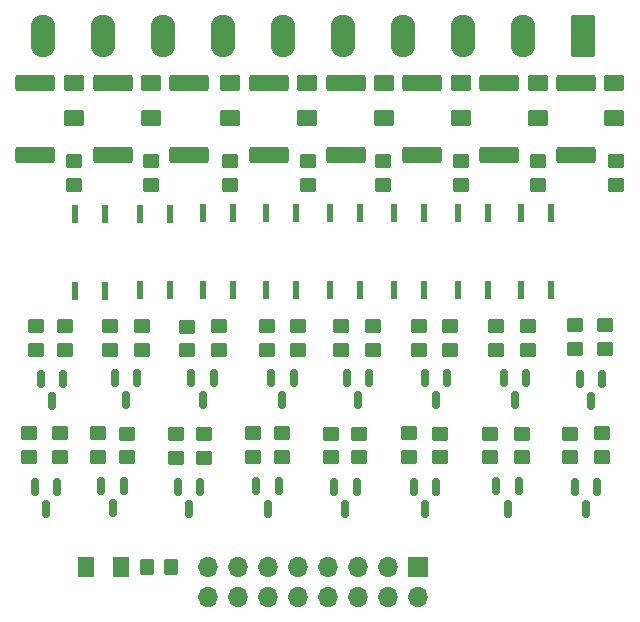
<source format=gbr>
%TF.GenerationSoftware,KiCad,Pcbnew,6.0.11+dfsg-1~bpo11+1*%
%TF.CreationDate,2023-04-06T13:54:20+02:00*%
%TF.ProjectId,din-8_11,64696e2d-385f-4313-912e-6b696361645f,1.1*%
%TF.SameCoordinates,Original*%
%TF.FileFunction,Soldermask,Top*%
%TF.FilePolarity,Negative*%
%FSLAX46Y46*%
G04 Gerber Fmt 4.6, Leading zero omitted, Abs format (unit mm)*
G04 Created by KiCad (PCBNEW 6.0.11+dfsg-1~bpo11+1) date 2023-04-06 13:54:20*
%MOMM*%
%LPD*%
G01*
G04 APERTURE LIST*
G04 Aperture macros list*
%AMRoundRect*
0 Rectangle with rounded corners*
0 $1 Rounding radius*
0 $2 $3 $4 $5 $6 $7 $8 $9 X,Y pos of 4 corners*
0 Add a 4 corners polygon primitive as box body*
4,1,4,$2,$3,$4,$5,$6,$7,$8,$9,$2,$3,0*
0 Add four circle primitives for the rounded corners*
1,1,$1+$1,$2,$3*
1,1,$1+$1,$4,$5*
1,1,$1+$1,$6,$7*
1,1,$1+$1,$8,$9*
0 Add four rect primitives between the rounded corners*
20,1,$1+$1,$2,$3,$4,$5,0*
20,1,$1+$1,$4,$5,$6,$7,0*
20,1,$1+$1,$6,$7,$8,$9,0*
20,1,$1+$1,$8,$9,$2,$3,0*%
G04 Aperture macros list end*
%ADD10RoundRect,0.150000X-0.150000X0.587500X-0.150000X-0.587500X0.150000X-0.587500X0.150000X0.587500X0*%
%ADD11RoundRect,0.250000X0.450000X-0.350000X0.450000X0.350000X-0.450000X0.350000X-0.450000X-0.350000X0*%
%ADD12RoundRect,0.250000X0.350000X0.450000X-0.350000X0.450000X-0.350000X-0.450000X0.350000X-0.450000X0*%
%ADD13RoundRect,0.250000X-0.450000X0.350000X-0.450000X-0.350000X0.450000X-0.350000X0.450000X0.350000X0*%
%ADD14RoundRect,0.249999X-1.425001X0.450001X-1.425001X-0.450001X1.425001X-0.450001X1.425001X0.450001X0*%
%ADD15RoundRect,0.137500X-0.137500X0.662500X-0.137500X-0.662500X0.137500X-0.662500X0.137500X0.662500X0*%
%ADD16RoundRect,0.250001X0.624999X-0.462499X0.624999X0.462499X-0.624999X0.462499X-0.624999X-0.462499X0*%
%ADD17R,1.700000X1.700000*%
%ADD18O,1.700000X1.700000*%
%ADD19RoundRect,0.250001X-0.462499X-0.624999X0.462499X-0.624999X0.462499X0.624999X-0.462499X0.624999X0*%
%ADD20RoundRect,0.249999X0.790001X1.550001X-0.790001X1.550001X-0.790001X-1.550001X0.790001X-1.550001X0*%
%ADD21O,2.080000X3.600000*%
G04 APERTURE END LIST*
D10*
%TO.C,Q16*%
X129310000Y-108420000D03*
X127410000Y-108420000D03*
X128360000Y-110295000D03*
%TD*%
D11*
%TO.C,R25*%
X147100000Y-96820000D03*
X147100000Y-94820000D03*
%TD*%
D10*
%TO.C,Q6*%
X168420000Y-108392500D03*
X166520000Y-108392500D03*
X167470000Y-110267500D03*
%TD*%
D12*
%TO.C,R41*%
X138970000Y-115200000D03*
X136970000Y-115200000D03*
%TD*%
D13*
%TO.C,R11*%
X162610000Y-94830000D03*
X162610000Y-96830000D03*
%TD*%
%TO.C,R31*%
X136510000Y-94820000D03*
X136510000Y-96820000D03*
%TD*%
D10*
%TO.C,Q1*%
X175450000Y-99292500D03*
X173550000Y-99292500D03*
X174500000Y-101167500D03*
%TD*%
D14*
%TO.C,R2*%
X166750000Y-74200000D03*
X166750000Y-80300000D03*
%TD*%
D15*
%TO.C,U5*%
X149570000Y-85250000D03*
X147030000Y-85250000D03*
X147030000Y-91750000D03*
X149570000Y-91750000D03*
%TD*%
D13*
%TO.C,R19*%
X163530000Y-80840000D03*
X163530000Y-82840000D03*
%TD*%
D10*
%TO.C,Q12*%
X129860000Y-99272500D03*
X127960000Y-99272500D03*
X128910000Y-101147500D03*
%TD*%
%TO.C,Q9*%
X149340000Y-99222500D03*
X147440000Y-99222500D03*
X148390000Y-101097500D03*
%TD*%
%TO.C,Q4*%
X155730000Y-99202500D03*
X153830000Y-99202500D03*
X154780000Y-101077500D03*
%TD*%
%TO.C,Q7*%
X161410000Y-108412500D03*
X159510000Y-108412500D03*
X160460000Y-110287500D03*
%TD*%
D15*
%TO.C,U7*%
X138840000Y-85300000D03*
X136300000Y-85300000D03*
X136300000Y-91800000D03*
X138840000Y-91800000D03*
%TD*%
D13*
%TO.C,R9*%
X175740000Y-94740000D03*
X175740000Y-96740000D03*
%TD*%
D16*
%TO.C,D5*%
X150500000Y-77237500D03*
X150500000Y-74262500D03*
%TD*%
D13*
%TO.C,R39*%
X137250000Y-80870000D03*
X137250000Y-82870000D03*
%TD*%
%TO.C,R44*%
X161710000Y-103920000D03*
X161710000Y-105920000D03*
%TD*%
%TO.C,R36*%
X126920000Y-103870000D03*
X126920000Y-105870000D03*
%TD*%
%TO.C,R20*%
X156950000Y-80840000D03*
X156950000Y-82840000D03*
%TD*%
%TO.C,R42*%
X175450000Y-103890000D03*
X175450000Y-105890000D03*
%TD*%
D14*
%TO.C,R22*%
X140500000Y-74250000D03*
X140500000Y-80350000D03*
%TD*%
D10*
%TO.C,Q8*%
X154680000Y-108415000D03*
X152780000Y-108415000D03*
X153730000Y-110290000D03*
%TD*%
%TO.C,Q10*%
X142580000Y-99212500D03*
X140680000Y-99212500D03*
X141630000Y-101087500D03*
%TD*%
%TO.C,Q14*%
X141460000Y-108430000D03*
X139560000Y-108430000D03*
X140510000Y-110305000D03*
%TD*%
D14*
%TO.C,R4*%
X153750000Y-74200000D03*
X153750000Y-80300000D03*
%TD*%
D15*
%TO.C,U1*%
X171170000Y-85250000D03*
X168630000Y-85250000D03*
X168630000Y-91750000D03*
X171170000Y-91750000D03*
%TD*%
D14*
%TO.C,R21*%
X147250000Y-74250000D03*
X147250000Y-80350000D03*
%TD*%
D13*
%TO.C,R29*%
X149730000Y-94810000D03*
X149730000Y-96810000D03*
%TD*%
D16*
%TO.C,D6*%
X144000000Y-77225000D03*
X144000000Y-74250000D03*
%TD*%
D15*
%TO.C,U4*%
X155000000Y-85250000D03*
X152460000Y-85250000D03*
X152460000Y-91750000D03*
X155000000Y-91750000D03*
%TD*%
%TO.C,U6*%
X144190000Y-85250000D03*
X141650000Y-85250000D03*
X141650000Y-91750000D03*
X144190000Y-91750000D03*
%TD*%
D10*
%TO.C,Q5*%
X175030000Y-108412500D03*
X173130000Y-108412500D03*
X174080000Y-110287500D03*
%TD*%
%TO.C,Q11*%
X136090000Y-99232500D03*
X134190000Y-99232500D03*
X135140000Y-101107500D03*
%TD*%
D13*
%TO.C,R43*%
X168640000Y-103940000D03*
X168640000Y-105940000D03*
%TD*%
D16*
%TO.C,D8*%
X130750000Y-77225000D03*
X130750000Y-74250000D03*
%TD*%
D13*
%TO.C,R49*%
X129580000Y-103900000D03*
X129580000Y-105900000D03*
%TD*%
D17*
%TO.C,J1*%
X159875000Y-115225000D03*
D18*
X159875000Y-117765000D03*
X157335000Y-115225000D03*
X157335000Y-117765000D03*
X154795000Y-115225000D03*
X154795000Y-117765000D03*
X152255000Y-115225000D03*
X152255000Y-117765000D03*
X149715000Y-115225000D03*
X149715000Y-117765000D03*
X147175000Y-115225000D03*
X147175000Y-117765000D03*
X144635000Y-115225000D03*
X144635000Y-117765000D03*
X142095000Y-115225000D03*
X142095000Y-117765000D03*
%TD*%
D13*
%TO.C,R15*%
X159130000Y-103900000D03*
X159130000Y-105900000D03*
%TD*%
%TO.C,R13*%
X172740000Y-103910000D03*
X172740000Y-105910000D03*
%TD*%
%TO.C,R32*%
X130030000Y-94840000D03*
X130030000Y-96840000D03*
%TD*%
D11*
%TO.C,R26*%
X140310000Y-96860000D03*
X140310000Y-94860000D03*
%TD*%
D10*
%TO.C,Q13*%
X148100000Y-108390000D03*
X146200000Y-108390000D03*
X147150000Y-110265000D03*
%TD*%
D13*
%TO.C,R40*%
X130790000Y-80870000D03*
X130790000Y-82870000D03*
%TD*%
D16*
%TO.C,D4*%
X157000000Y-77225000D03*
X157000000Y-74250000D03*
%TD*%
D13*
%TO.C,R17*%
X176670000Y-80830000D03*
X176670000Y-82830000D03*
%TD*%
D16*
%TO.C,D1*%
X176500000Y-77225000D03*
X176500000Y-74250000D03*
%TD*%
D11*
%TO.C,R28*%
X127550000Y-96850000D03*
X127550000Y-94850000D03*
%TD*%
D10*
%TO.C,Q15*%
X134970000Y-108382500D03*
X133070000Y-108382500D03*
X134020000Y-110257500D03*
%TD*%
D13*
%TO.C,R10*%
X169190000Y-94800000D03*
X169190000Y-96800000D03*
%TD*%
%TO.C,R46*%
X148340000Y-103890000D03*
X148340000Y-105890000D03*
%TD*%
D14*
%TO.C,R24*%
X127450000Y-74210000D03*
X127450000Y-80310000D03*
%TD*%
D13*
%TO.C,R12*%
X156030000Y-94840000D03*
X156030000Y-96840000D03*
%TD*%
D15*
%TO.C,U8*%
X133390000Y-85350000D03*
X130850000Y-85350000D03*
X130850000Y-91850000D03*
X133390000Y-91850000D03*
%TD*%
D19*
%TO.C,D9*%
X131745000Y-115240000D03*
X134720000Y-115240000D03*
%TD*%
D16*
%TO.C,D3*%
X163500000Y-77237500D03*
X163500000Y-74262500D03*
%TD*%
D13*
%TO.C,R47*%
X141750000Y-103980000D03*
X141750000Y-105980000D03*
%TD*%
%TO.C,R45*%
X154870000Y-103940000D03*
X154870000Y-105940000D03*
%TD*%
D16*
%TO.C,D2*%
X170000000Y-77225000D03*
X170000000Y-74250000D03*
%TD*%
D13*
%TO.C,R38*%
X143940000Y-80880000D03*
X143940000Y-82880000D03*
%TD*%
D14*
%TO.C,R23*%
X134010000Y-74240000D03*
X134010000Y-80340000D03*
%TD*%
D11*
%TO.C,R5*%
X173130000Y-96760000D03*
X173130000Y-94760000D03*
%TD*%
D13*
%TO.C,R33*%
X145900000Y-103900000D03*
X145900000Y-105900000D03*
%TD*%
D11*
%TO.C,R27*%
X133790000Y-96850000D03*
X133790000Y-94850000D03*
%TD*%
D13*
%TO.C,R16*%
X152530000Y-103920000D03*
X152530000Y-105920000D03*
%TD*%
D16*
%TO.C,D7*%
X137250000Y-77225000D03*
X137250000Y-74250000D03*
%TD*%
D14*
%TO.C,R1*%
X173250000Y-74200000D03*
X173250000Y-80300000D03*
%TD*%
D13*
%TO.C,R30*%
X143030000Y-94820000D03*
X143030000Y-96820000D03*
%TD*%
%TO.C,R37*%
X150550000Y-80870000D03*
X150550000Y-82870000D03*
%TD*%
D14*
%TO.C,R3*%
X160250000Y-74200000D03*
X160250000Y-80300000D03*
%TD*%
D11*
%TO.C,R7*%
X159980000Y-96830000D03*
X159980000Y-94830000D03*
%TD*%
D13*
%TO.C,R48*%
X135210000Y-103930000D03*
X135210000Y-105930000D03*
%TD*%
D10*
%TO.C,Q2*%
X169020000Y-99232500D03*
X167120000Y-99232500D03*
X168070000Y-101107500D03*
%TD*%
D11*
%TO.C,R6*%
X166470000Y-96810000D03*
X166470000Y-94810000D03*
%TD*%
D13*
%TO.C,R35*%
X132820000Y-103890000D03*
X132820000Y-105890000D03*
%TD*%
%TO.C,R14*%
X165950000Y-103930000D03*
X165950000Y-105930000D03*
%TD*%
D11*
%TO.C,R8*%
X153390000Y-96820000D03*
X153390000Y-94820000D03*
%TD*%
D15*
%TO.C,U2*%
X165770000Y-85250000D03*
X163230000Y-85250000D03*
X163230000Y-91750000D03*
X165770000Y-91750000D03*
%TD*%
D10*
%TO.C,Q3*%
X162360000Y-99222500D03*
X160460000Y-99222500D03*
X161410000Y-101097500D03*
%TD*%
D13*
%TO.C,R18*%
X170010000Y-80850000D03*
X170010000Y-82850000D03*
%TD*%
%TO.C,R34*%
X139360000Y-103950000D03*
X139360000Y-105950000D03*
%TD*%
D15*
%TO.C,U3*%
X160380000Y-85250000D03*
X157840000Y-85250000D03*
X157840000Y-91750000D03*
X160380000Y-91750000D03*
%TD*%
D20*
%TO.C,J2*%
X173860000Y-70277500D03*
D21*
X168780000Y-70277500D03*
X163700000Y-70277500D03*
X158620000Y-70277500D03*
X153540000Y-70277500D03*
X148460000Y-70277500D03*
X143380000Y-70277500D03*
X138300000Y-70277500D03*
X133220000Y-70277500D03*
X128140000Y-70277500D03*
%TD*%
M02*

</source>
